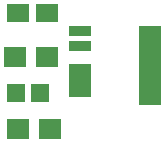
<source format=gbr>
%TF.GenerationSoftware,KiCad,Pcbnew,4.0.5+dfsg1-4*%
%TF.CreationDate,2019-06-07T17:57:55-04:00*%
%TF.ProjectId,u2f,7532662E6B696361645F706362000000,rev?*%
%TF.FileFunction,Soldermask,Top*%
%FSLAX46Y46*%
G04 Gerber Fmt 4.6, Leading zero omitted, Abs format (unit mm)*
G04 Created by KiCad (PCBNEW 4.0.5+dfsg1-4) date Fri Jun  7 17:57:55 2019*
%MOMM*%
%LPD*%
G01*
G04 APERTURE LIST*
%ADD10C,0.100000*%
%ADD11R,1.900000X1.650000*%
%ADD12R,1.598880X1.598880*%
%ADD13R,1.900000X1.700000*%
%ADD14R,1.850000X0.850000*%
G04 APERTURE END LIST*
D10*
D11*
X141117000Y-99949000D03*
X143617000Y-99949000D03*
D12*
X143035020Y-106680000D03*
X140936980Y-106680000D03*
D13*
X141144000Y-109728000D03*
X143844000Y-109728000D03*
X140890000Y-103632000D03*
X143590000Y-103632000D03*
D14*
X146402000Y-101469000D03*
X146402000Y-102769000D03*
X146402000Y-104719000D03*
X146402000Y-105369000D03*
X146402000Y-106019000D03*
X146402000Y-106669000D03*
X152302000Y-107319000D03*
X152302000Y-106669000D03*
X152302000Y-106019000D03*
X152302000Y-105369000D03*
X152302000Y-104719000D03*
X152302000Y-104069000D03*
X152302000Y-103419000D03*
X152302000Y-102769000D03*
X152302000Y-102119000D03*
X152302000Y-101469000D03*
M02*

</source>
